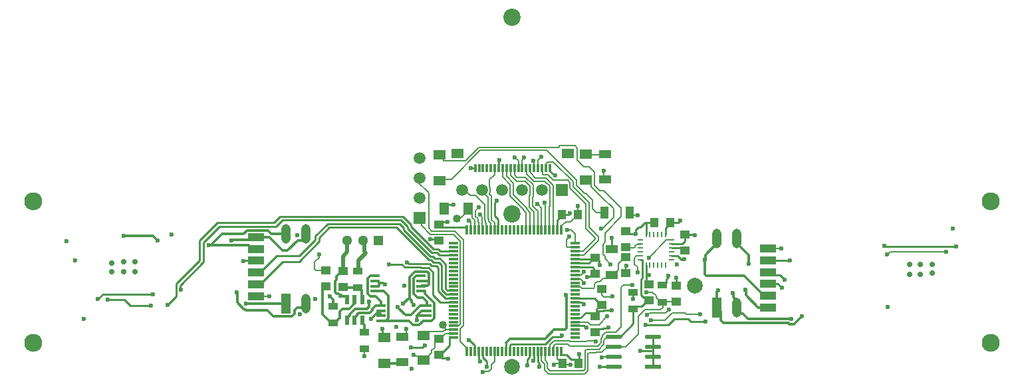
<source format=gtl>
G04*
G04 #@! TF.GenerationSoftware,Altium Limited,Altium Designer,21.3.2 (30)*
G04*
G04 Layer_Physical_Order=1*
G04 Layer_Color=255*
%FSLAX43Y43*%
%MOMM*%
G71*
G04*
G04 #@! TF.SameCoordinates,E583AE15-D421-4EF2-A5E4-CEDEED2159FB*
G04*
G04*
G04 #@! TF.FilePolarity,Positive*
G04*
G01*
G75*
%ADD15C,0.254*%
%ADD17C,0.203*%
%ADD20R,0.300X1.000*%
%ADD21R,0.300X1.200*%
%ADD22R,0.550X1.200*%
%ADD23R,1.200X0.300*%
%ADD24R,1.067X1.524*%
%ADD25R,1.575X1.270*%
%ADD26R,1.524X1.067*%
%ADD27R,2.100X0.500*%
%ADD28O,2.100X0.500*%
%ADD29R,1.270X1.016*%
%ADD30R,2.000X1.000*%
%ADD31R,1.270X0.889*%
%ADD32R,1.200X0.350*%
%ADD33R,1.016X1.270*%
%ADD34R,0.790X0.260*%
%ADD35R,0.260X0.790*%
%ADD36R,1.650X1.300*%
%ADD37R,1.626X1.194*%
%ADD38O,1.200X2.500*%
%ADD39R,1.200X2.500*%
%ADD40R,1.194X1.626*%
%ADD70C,0.305*%
%ADD71C,0.508*%
%ADD72C,2.000*%
%ADD73C,1.300*%
%ADD74R,1.300X1.300*%
%ADD75C,2.200*%
%ADD76C,2.300*%
%ADD77C,2.300*%
%ADD78C,0.700*%
%ADD79C,1.500*%
%ADD80R,1.500X1.500*%
%ADD81R,1.500X1.500*%
%ADD82C,0.600*%
%ADD83C,1.016*%
D15*
X57700Y52400D02*
Y53500D01*
X58349Y53350D02*
X62682D01*
X58223Y52423D02*
Y53224D01*
X58349Y53350D01*
X58200Y52400D02*
X58223Y52423D01*
X64600Y54250D02*
X64749Y54399D01*
X63582Y54250D02*
X64600D01*
X62682Y53350D02*
X63582Y54250D01*
X56773Y75773D02*
Y76723D01*
X56750Y75750D02*
X56773Y75773D01*
Y76723D02*
X56800Y76750D01*
X56250Y71350D02*
X56500Y71600D01*
X56250Y69650D02*
Y71350D01*
Y69650D02*
X56700Y69200D01*
Y67900D02*
Y69200D01*
X66950Y50900D02*
Y52050D01*
X66900Y50850D02*
X66950Y50900D01*
X79600Y68850D02*
X79850Y69100D01*
X78600Y68850D02*
X79600D01*
X71100Y65298D02*
Y66850D01*
X92750Y60550D02*
X92800D01*
X92300Y61000D02*
X92750Y60550D01*
X91050Y61000D02*
X92300D01*
X65839Y69989D02*
Y70000D01*
X65700Y69850D02*
X65839Y69989D01*
X64818Y69850D02*
X65700D01*
X68029Y61829D02*
X68137Y61937D01*
X67963Y61829D02*
X68029D01*
X68137Y61937D02*
X68669D01*
X69050Y62318D01*
X69585Y63390D02*
Y63435D01*
X69563Y63456D02*
X69585Y63435D01*
X69563Y63456D02*
Y63956D01*
X69169Y64350D02*
X69563Y63956D01*
X69050Y64350D02*
X69169D01*
X49450Y68900D02*
X50187D01*
X49100Y68550D02*
X49450Y68900D01*
X41900Y54450D02*
Y55300D01*
Y54450D02*
X42150Y54200D01*
X50231Y51569D02*
X50350Y51450D01*
X49150Y51950D02*
X49531Y51569D01*
X50231D01*
X24200Y63900D02*
X24250Y63950D01*
X25850D01*
X46999Y52900D02*
X47261Y53163D01*
X47355D01*
X45550Y52900D02*
X46999D01*
X16150Y60250D02*
Y60800D01*
Y60250D02*
X16280D01*
X16150Y60800D02*
X19150Y63800D01*
X14550Y58300D02*
X15650Y59400D01*
Y61000D01*
X18650Y64000D01*
Y66500D01*
X20950Y68800D01*
X28150D01*
X28921Y69571D01*
X19150Y63800D02*
Y66250D01*
X21200Y68300D01*
X28400D01*
X29214Y69114D01*
X26350Y60950D02*
X29250Y63850D01*
X31307D01*
X25850Y60950D02*
X26350D01*
X33857Y66900D02*
X35157Y68200D01*
X33857Y66400D02*
Y66900D01*
X31307Y63850D02*
X33857Y66400D01*
X33400Y67089D02*
X34968Y68657D01*
X33400Y66589D02*
Y67089D01*
X31361Y64550D02*
X33400Y66589D01*
X28450Y64550D02*
X31361D01*
X25850Y62450D02*
X26350D01*
X28450Y64550D01*
X81203Y56200D02*
X83100D01*
X80903Y56500D02*
X81203Y56200D01*
X79100Y56500D02*
X80903D01*
X91050Y64000D02*
X91100Y63950D01*
X93800D01*
X92573Y62127D02*
X93150Y61550D01*
X91050Y62500D02*
X91423Y62127D01*
X92573D01*
X69640Y50460D02*
X71400D01*
X45348Y63559D02*
X47943D01*
X48202Y63300D01*
X48750D01*
X45175Y63732D02*
X45348Y63559D01*
X45081Y63732D02*
X45175D01*
X49065Y65421D02*
X49336Y65150D01*
X48423Y65421D02*
X49065D01*
X45570Y68274D02*
X48423Y65421D01*
X105810Y65840D02*
X105850Y65800D01*
X114960D01*
X75450Y55750D02*
X78350D01*
X79100Y56500D01*
X66450Y55650D02*
X67606D01*
X67806Y55450D01*
X67900D01*
X74795Y52450D02*
X76400D01*
Y53000D01*
Y50460D02*
Y51730D01*
Y52450D01*
Y53000D02*
Y54270D01*
X73850Y55920D02*
Y57650D01*
X71400Y54270D02*
X72200D01*
X73850Y55920D01*
X68669Y57281D02*
X69050Y56900D01*
X68412Y57281D02*
X68669D01*
X69150Y57000D02*
Y57550D01*
X67812Y57300D02*
X68393D01*
X69773Y58350D02*
X69900D01*
X69050Y56900D02*
X69150Y57000D01*
X67185Y56673D02*
X67812Y57300D01*
X68393D02*
X68412Y57281D01*
X69050Y54868D02*
X69431Y55249D01*
X69929D01*
X70069Y55389D02*
X70671D01*
X70737Y55455D01*
X69929Y55249D02*
X70069Y55389D01*
X67043Y56673D02*
X67185D01*
X67043Y56673D02*
X67043Y56673D01*
X66473Y56673D02*
X67043D01*
X66450Y56650D02*
X66473Y56673D01*
X68973Y59150D02*
X69773Y58350D01*
X66450Y59150D02*
X68973D01*
X69150Y57550D02*
Y57789D01*
X69150Y57789D01*
X69212D01*
X69773Y58350D01*
X70128Y57650D02*
X71100D01*
X69150Y57550D02*
X70028D01*
X70128Y57650D01*
X60412Y50588D02*
Y51400D01*
X60677Y51665D01*
Y52377D02*
X60700Y52400D01*
X60677Y51665D02*
Y52377D01*
X61112Y51208D02*
X61178Y51274D01*
X61884Y50516D02*
Y50880D01*
X61768Y50995D02*
Y51443D01*
X61700Y51511D02*
Y52400D01*
X61178Y51274D02*
Y51452D01*
X61700Y51511D02*
X61768Y51443D01*
Y50995D02*
X61884Y50880D01*
Y50516D02*
X61950Y50450D01*
X61178Y51452D02*
X61200Y51474D01*
Y52400D01*
X63881Y74864D02*
X63947Y74797D01*
X63786Y74864D02*
X63881D01*
X63273Y75377D02*
X63786Y74864D01*
X42750Y63500D02*
X44422D01*
X44199Y67706D02*
X47855Y64050D01*
X44199Y67706D02*
Y67706D01*
X43705Y68200D02*
X44199Y67706D01*
X35157Y68200D02*
X43705D01*
X44656Y67896D02*
X48045Y64507D01*
X44656Y67896D02*
Y68140D01*
X44139Y68657D02*
X44656Y68140D01*
X34968Y68657D02*
X44139D01*
X45113Y68085D02*
X48234Y64964D01*
X45113Y68085D02*
Y68330D01*
X44329Y69114D02*
X45113Y68330D01*
X29214Y69114D02*
X44329D01*
X28921Y69571D02*
X44518D01*
X45570Y68519D01*
Y68274D02*
Y68519D01*
X72950Y67750D02*
X73300Y67400D01*
X74216Y67466D02*
Y67914D01*
X74552Y68250D01*
X73300Y67400D02*
X74150D01*
X74216Y67466D01*
X74552Y68250D02*
X74800D01*
X75649Y68850D02*
X76568D01*
X75400D02*
X75649D01*
X74800Y68250D02*
X75400Y68850D01*
X75500Y67300D02*
Y68701D01*
X78000Y67300D02*
Y68123D01*
X78600Y68723D02*
Y68850D01*
X78000Y68123D02*
X78600Y68723D01*
X48895Y66723D02*
X49100Y66518D01*
X47855Y64050D02*
X48150D01*
X48045Y64507D02*
X48339D01*
X48013Y66723D02*
X48895D01*
X48234Y64964D02*
X48876D01*
X50234Y71100D02*
X50950D01*
X49802Y70550D02*
Y70668D01*
X50234Y71100D01*
X44820Y63102D02*
X46733D01*
X44422Y63500D02*
X44820Y63102D01*
X46733D02*
X46800Y63035D01*
X47821D01*
X48876Y64964D02*
X49169Y64671D01*
X48339Y64507D02*
X48632Y64214D01*
X48150Y64050D02*
X48443Y63757D01*
X47821Y63035D02*
X48400Y62456D01*
X48632Y64214D02*
X49286D01*
X48443Y63757D02*
X49097D01*
X49286Y64214D02*
X50000Y63500D01*
X48750Y63300D02*
X49000Y63050D01*
X49097Y63757D02*
X49500Y63354D01*
X49834Y64650D02*
X50950D01*
X49169Y64671D02*
X49813D01*
X49834Y64650D01*
X49336Y65150D02*
X50950D01*
X48400Y59550D02*
Y62456D01*
X50000Y60388D02*
Y63500D01*
X49500Y60241D02*
Y63354D01*
X49000Y60095D02*
X49945Y59150D01*
X49000Y60095D02*
Y63050D01*
X48400Y59550D02*
X49300Y58650D01*
X50950D01*
X49945Y59150D02*
X50950D01*
X49500Y60241D02*
X50068Y59673D01*
X50927D02*
X50950Y59650D01*
X50068Y59673D02*
X50927D01*
X50215Y60173D02*
X50927D01*
X50950Y60150D01*
X50000Y60388D02*
X50215Y60173D01*
X54200Y51322D02*
X54348Y51174D01*
Y51080D02*
Y51174D01*
X54200Y51322D02*
Y52400D01*
X55188Y50462D02*
X55200Y50450D01*
X54723Y51596D02*
X55188Y51131D01*
Y50462D02*
Y51131D01*
X54723Y51596D02*
Y52377D01*
X54700Y52400D02*
X54723Y52377D01*
X53079Y53734D02*
X53677Y53135D01*
X52966Y53734D02*
X53079D01*
X52900Y53800D02*
X52966Y53734D01*
X53677Y52423D02*
Y53135D01*
Y52423D02*
X53700Y52400D01*
X74888Y59560D02*
Y61588D01*
X75000Y61700D02*
Y62201D01*
X75043Y62244D01*
X74888Y61588D02*
X75000Y61700D01*
X75199Y59249D02*
X75469D01*
X74888Y59560D02*
X75199Y59249D01*
X75043Y62244D02*
Y64077D01*
X74780Y64080D02*
X75040D01*
X75043Y64077D01*
X75469Y59249D02*
X75850Y58868D01*
X74304Y58104D02*
X74959D01*
X75723Y58868D01*
X75850D01*
X73850Y57650D02*
X74304Y58104D01*
X75500Y61250D02*
Y62150D01*
Y61250D02*
X75850Y60900D01*
X53148Y75747D02*
X53747D01*
X53750Y75750D01*
X66450Y63150D02*
X68651D01*
X68850Y62518D02*
Y62951D01*
X68651Y63150D02*
X68850Y62951D01*
Y62518D02*
X69050Y62318D01*
X67350Y58650D02*
X67600Y58400D01*
X66450Y58650D02*
X67350D01*
X73850Y59049D02*
Y59882D01*
X78300Y61950D02*
X78350Y62000D01*
X78300Y61800D02*
Y61950D01*
X78108Y61131D02*
Y61608D01*
X78300Y61800D01*
X77600Y60750D02*
X77727D01*
X78108Y61131D01*
X75500Y62150D02*
Y63360D01*
Y62150D02*
X75850D01*
X75900Y62100D01*
X79350Y61777D02*
X79387Y61814D01*
X79350Y60750D02*
Y61777D01*
X81667Y67250D02*
X81732Y67185D01*
X80450Y67250D02*
X81667D01*
X80250Y64050D02*
X80350Y64150D01*
X80400D01*
X80013Y64050D02*
X80250D01*
X78720Y64580D02*
X79483D01*
X80013Y64050D01*
X80130Y66080D02*
X80450Y66400D01*
Y67250D01*
X78720Y66080D02*
X80130D01*
X80088Y65580D02*
X80450Y65218D01*
X78720Y65580D02*
X80088D01*
X75500Y68701D02*
X75649Y68850D01*
X12684Y59700D02*
X12695Y59689D01*
X6350Y59700D02*
X12684D01*
X5700Y59050D02*
X6350Y59700D01*
X9067Y59000D02*
X9817Y58250D01*
X12450D01*
X7000Y59000D02*
X9067D01*
X52700Y67900D02*
Y68227D01*
X49400Y68250D02*
X52677D01*
X49100Y68550D02*
X49400Y68250D01*
X52677D02*
X52700Y68227D01*
X50477Y53150D02*
Y54127D01*
X50500Y54150D02*
X50950D01*
X50477Y54127D02*
X50500Y54150D01*
X49277Y51950D02*
X50477Y53150D01*
X49150Y51950D02*
X49277D01*
X63273Y75377D02*
Y75727D01*
X63250Y75750D02*
X63273Y75727D01*
X66450Y64150D02*
X68723D01*
X68923Y64350D01*
X68223Y63650D02*
X68723Y64150D01*
X68923Y64350D02*
X69050D01*
X66450Y63650D02*
X68223D01*
X66519Y51358D02*
X66900Y50977D01*
X65965Y51358D02*
X66519D01*
X65396Y51927D02*
X65965Y51358D01*
X64723Y51927D02*
X65396D01*
X64700Y51950D02*
X64723Y51927D01*
X66900Y50850D02*
Y50977D01*
X64700Y51950D02*
Y52400D01*
X66900Y50650D02*
Y50777D01*
X64200Y69105D02*
X64818Y69723D01*
Y69850D01*
X64200Y67900D02*
Y69105D01*
D17*
X55600Y72636D02*
G03*
X55600Y73364I-990J364D01*
G01*
X63748Y53125D02*
X63925Y53302D01*
X63248Y53199D02*
X63757Y53708D01*
X65716D01*
X63248Y52448D02*
Y53199D01*
X63925Y53302D02*
X65547D01*
X63748Y52448D02*
Y53125D01*
X65350Y65769D02*
Y66593D01*
X65700Y66943D02*
Y67050D01*
X65350Y66593D02*
X65700Y66943D01*
X66450Y66150D02*
Y67400D01*
X66000Y67850D02*
X66450Y67400D01*
X65445Y67850D02*
X66000D01*
X65547Y53302D02*
X65769Y53080D01*
X58205Y72181D02*
Y73673D01*
X58250Y74800D02*
Y75750D01*
X57750Y74703D02*
X58611Y73842D01*
X57250Y74628D02*
X58205Y73673D01*
X58250Y74800D02*
X58995Y74055D01*
X57750Y74703D02*
Y75750D01*
X57250Y74628D02*
Y75750D01*
X55600Y73364D02*
Y74295D01*
X56250Y74945D01*
Y75750D01*
X55412Y69303D02*
Y72003D01*
X55818Y69471D02*
Y72171D01*
X55006Y69135D02*
Y71068D01*
X53774Y72300D02*
X55006Y71068D01*
X55600Y72390D02*
X55660Y72330D01*
X58205Y72181D02*
X59855Y70532D01*
X58611Y72350D02*
X60261Y70700D01*
X55600Y72390D02*
Y72636D01*
X58611Y72350D02*
Y73842D01*
X55660Y72330D02*
X55818Y72171D01*
X54610Y72805D02*
X55412Y72003D01*
X54610Y72805D02*
Y73000D01*
X54401Y69743D02*
X54600Y69544D01*
Y68966D02*
Y69544D01*
X54606Y68670D02*
Y68960D01*
X55012Y68839D02*
Y69128D01*
X53390Y69431D02*
Y69441D01*
X54606Y68670D02*
X54652Y68625D01*
X55012Y68839D02*
X55152Y68700D01*
X53155Y68928D02*
X53178D01*
X53383Y69448D02*
X53390Y69441D01*
X53796Y70299D02*
X54200Y70703D01*
X53796Y69599D02*
X54106Y69290D01*
Y68886D02*
Y69290D01*
X54200Y70703D02*
Y70751D01*
X54600Y68966D02*
X54606Y68960D01*
X53700Y67900D02*
Y69121D01*
X55006Y69135D02*
X55012Y69128D01*
X53010Y69073D02*
X53155Y68928D01*
X55444Y68982D02*
Y69271D01*
X55818Y69471D02*
X55850Y69440D01*
X53390Y69431D02*
X53700Y69121D01*
X53383Y69448D02*
Y69839D01*
X53796Y69599D02*
Y70299D01*
X55850Y69150D02*
Y69440D01*
X54401Y69743D02*
Y69850D01*
X52903Y69073D02*
X53010D01*
X54106Y68886D02*
X54200Y68792D01*
X55412Y69303D02*
X55444Y69271D01*
X54200Y67900D02*
Y68792D01*
X55850Y69150D02*
X56200Y68800D01*
X55152Y67948D02*
Y68700D01*
X55444Y68982D02*
X55700Y68726D01*
X56200Y67900D02*
Y68800D01*
X55700Y67900D02*
Y68726D01*
X54652Y67948D02*
Y68625D01*
X55152Y67948D02*
X55200Y67900D01*
X52850Y70372D02*
X53383Y69839D01*
X39600Y51808D02*
Y52768D01*
X70036Y66058D02*
X70300Y66322D01*
Y67500D01*
X72350Y69550D01*
X66778Y70922D02*
Y70937D01*
Y70922D02*
X66850Y70850D01*
Y69850D02*
Y70850D01*
X66450Y62150D02*
X67257D01*
X67553Y62446D01*
Y62520D01*
X67477Y61176D02*
Y61299D01*
X66498Y61602D02*
X67175D01*
X67477Y61299D01*
Y61176D02*
X67553Y61100D01*
X66450Y61650D02*
X66498Y61602D01*
X71166Y59366D02*
X71200Y59400D01*
X70134Y59366D02*
X71166D01*
X69900Y59600D02*
X70134Y59366D01*
X69900Y59600D02*
Y60382D01*
X70150Y74500D02*
Y75400D01*
Y74500D02*
X70250Y74400D01*
X73648Y69750D02*
X74450D01*
X73348Y70050D02*
X73648Y69750D01*
X72950Y62350D02*
Y63260D01*
X73000Y63310D01*
X64795Y50850D02*
X64868Y50777D01*
X64200Y51445D02*
X64795Y50850D01*
X64868D01*
X63900D02*
X64795D01*
X63750Y50700D02*
X63900Y50850D01*
X63287Y49913D02*
X67533D01*
X62700Y51248D02*
X62961Y50987D01*
X62700Y51248D02*
Y52400D01*
X62961Y50239D02*
X63287Y49913D01*
X62961Y50239D02*
Y50987D01*
X62200Y51174D02*
X62555Y50819D01*
Y50045D02*
Y50819D01*
Y50045D02*
X63093Y49507D01*
X62200Y51174D02*
Y52400D01*
X63093Y49507D02*
X67701D01*
X44950Y54650D02*
Y55237D01*
X44450Y54150D02*
X44950Y54650D01*
X45987Y51963D02*
X46141Y51809D01*
X45888Y51963D02*
X45987D01*
X46693Y51809D02*
X47150Y51352D01*
X46141Y51809D02*
X46693D01*
X25850Y59450D02*
X27500D01*
X33850Y64314D02*
Y64750D01*
X33318Y63782D02*
X33850Y64314D01*
X33318Y62851D02*
X33437Y62732D01*
X34700D01*
X33318Y62851D02*
Y63782D01*
X47861Y51861D02*
X48213Y52213D01*
Y52583D02*
X48390Y52760D01*
X48213Y52213D02*
Y52583D01*
X48498Y52760D02*
X48617Y52879D01*
X47861Y51809D02*
Y51861D01*
X48617Y52879D02*
Y53576D01*
X48390Y52760D02*
X48498D01*
X49023Y53982D02*
X49277D01*
X47150Y51352D02*
X47404D01*
X47861Y51809D01*
X48617Y53576D02*
X49023Y53982D01*
X49977Y55077D02*
X50050Y55150D01*
X49798Y55077D02*
X49977D01*
X49654Y54933D02*
X49798Y55077D01*
X47683Y54933D02*
X49654D01*
X47150Y54400D02*
X47683Y54933D01*
X52010Y69456D02*
X52850Y70296D01*
X51606Y69456D02*
X52010D01*
X51450Y69300D02*
X51606Y69456D01*
X80486Y57300D02*
X80656Y57130D01*
X82400D01*
X78850Y57300D02*
X80486D01*
X91050Y65500D02*
X92733D01*
X61060Y71050D02*
X61073Y71036D01*
Y70900D02*
Y71036D01*
X60653Y70882D02*
X60667Y70868D01*
Y70731D02*
Y70868D01*
X60261Y70563D02*
Y70700D01*
X59855Y70395D02*
Y70532D01*
X69642Y53397D02*
X69755Y53509D01*
X69642Y53361D02*
Y53397D01*
X70048Y53228D02*
X70161Y53341D01*
X70048Y53193D02*
Y53228D01*
X72900Y53000D02*
X74500Y54600D01*
X70600Y53000D02*
X72900D01*
X69868Y52268D02*
X70600Y53000D01*
X69698Y52268D02*
X69868D01*
X69697Y52267D02*
X69698Y52268D01*
X69092Y52267D02*
X69697D01*
X106200Y64750D02*
X106300D01*
X106638Y65088D01*
X113762D01*
X52850Y70372D02*
Y70550D01*
Y70296D02*
Y70372D01*
X54652Y67948D02*
X54700Y67900D01*
X49433Y74331D02*
X50731D01*
X49250Y74148D02*
X49433Y74331D01*
X69227Y70050D02*
X70300D01*
X68689Y70589D02*
X69227Y70050D01*
X68689Y70589D02*
Y71661D01*
X67800Y72550D02*
X68689Y71661D01*
X67649Y72550D02*
X67800D01*
X66637Y73562D02*
X67649Y72550D01*
X66637Y73562D02*
Y74213D01*
X62850Y78000D02*
X66637Y74213D01*
X54400Y78000D02*
X62850D01*
X50731Y74331D02*
X54400Y78000D01*
X49702Y76698D02*
Y76998D01*
X49250Y77450D02*
X49702Y76998D01*
X70250Y64200D02*
X70950Y63500D01*
X70250Y64200D02*
Y64528D01*
X70036Y64741D02*
X70250Y64528D01*
X70036Y64741D02*
Y66058D01*
X72350Y69550D02*
Y70700D01*
X70150Y72900D02*
X72350Y70700D01*
X69600Y72900D02*
X70150D01*
X68939Y73561D02*
X69600Y72900D01*
X68939Y73561D02*
Y75211D01*
X68255Y75895D02*
X68939Y75211D01*
X67606Y75895D02*
X68255D01*
X66761Y76740D02*
X67606Y75895D01*
X66761Y76740D02*
Y78316D01*
X66475Y78602D02*
X66761Y78316D01*
X64575Y78602D02*
X66475D01*
X64380Y78406D02*
X64575Y78602D01*
X54232Y78406D02*
X64380D01*
X52524Y76698D02*
X54232Y78406D01*
X49702Y76698D02*
X52524D01*
X66450Y60650D02*
X66498Y60602D01*
X67175D02*
X67327Y60450D01*
X66498Y60602D02*
X67175D01*
X68963Y60569D02*
Y61015D01*
X68844Y60450D02*
X68963Y60569D01*
X67327Y60450D02*
X68844D01*
X69248Y61300D02*
X69617D01*
X68963Y61015D02*
X69248Y61300D01*
X75650Y57000D02*
X75944Y57294D01*
X75618Y57032D02*
Y57043D01*
Y57032D02*
X75650Y57000D01*
X75944Y57294D02*
X77991D01*
X78454Y57757D01*
X77950Y56400D02*
X78850Y57300D01*
X76100Y56400D02*
X77950D01*
X69870Y68000D02*
X71400Y69530D01*
X78454Y57757D02*
X78458D01*
X69800Y68070D02*
X69870Y68000D01*
X71400Y69530D02*
Y70570D01*
X68533Y73367D02*
X69748Y72152D01*
X69818D01*
X71400Y70570D01*
X67999Y74198D02*
X68533Y73665D01*
Y73367D02*
Y73665D01*
X67850Y74198D02*
X67999D01*
X67902Y77448D02*
X70250D01*
X67850Y77500D02*
X67902Y77448D01*
X67850Y68013D02*
Y71176D01*
X68256Y68181D02*
Y71344D01*
X69406Y66507D02*
Y67031D01*
X68256Y68181D02*
X69406Y67031D01*
X67850Y68013D02*
X69000Y66863D01*
Y66676D02*
Y66863D01*
X64986Y50732D02*
X65889D01*
X64868Y50850D02*
X64986Y50732D01*
X64868Y50650D02*
Y50777D01*
X69520Y55800D02*
X70570Y56850D01*
X68405Y55800D02*
X69520D01*
X68055Y56150D02*
X68405Y55800D01*
X66450Y56150D02*
X68055D01*
X71367Y51697D02*
X71400Y51730D01*
X69901Y51663D02*
X69934Y51697D01*
X71367D01*
X74500Y54600D02*
Y56850D01*
X75350Y57700D02*
X77350D01*
X77616Y57966D01*
X74500Y56850D02*
X75350Y57700D01*
X70600Y54270D02*
X71400D01*
X70161Y53831D02*
X70600Y54270D01*
X67533Y49913D02*
X67710Y50090D01*
Y52460D01*
X67900Y52650D01*
X68200D01*
X68223Y52673D01*
X69529D01*
X70048Y53193D01*
X70161Y53341D02*
Y53831D01*
X67701Y49507D02*
X68116Y49922D01*
Y52066D01*
X68296Y52246D01*
X69071D01*
X69092Y52267D01*
X77600Y58718D02*
X77616Y58702D01*
Y57966D02*
Y58702D01*
X69987Y54235D02*
Y54437D01*
X69755Y54003D02*
X69987Y54235D01*
X69755Y53509D02*
Y54003D01*
X70400Y54850D02*
X71650D01*
X69987Y54437D02*
X70400Y54850D01*
X72350Y55550D02*
Y60573D01*
X72671Y60893D02*
X73750D01*
X72350Y60573D02*
X72671Y60893D01*
X71650Y54850D02*
X72350Y55550D01*
X67994Y53750D02*
X69044D01*
X69110Y53684D01*
X65769Y53080D02*
X69361D01*
X69642Y53361D01*
X67900Y53656D02*
X67994Y53750D01*
X65767Y53656D02*
X67900D01*
X61750Y76761D02*
X62150Y77161D01*
X61202Y75798D02*
Y76646D01*
X62150Y77161D02*
Y77216D01*
X61202Y75798D02*
X61250Y75750D01*
X61145Y76702D02*
X61202Y76646D01*
X61750Y75750D02*
Y76761D01*
X65350Y65769D02*
X65469Y65650D01*
X66450D01*
X59750Y76743D02*
X60000Y76993D01*
X59750Y75750D02*
Y76743D01*
X60000Y76993D02*
Y77100D01*
X61060Y71050D02*
Y72031D01*
X62200Y67900D02*
Y70700D01*
X59855Y70395D02*
X60200Y70049D01*
X60261Y70563D02*
X60700Y70124D01*
X60653Y72199D02*
X60745Y72291D01*
X60667Y70731D02*
X61200Y70198D01*
X60653Y70882D02*
Y72199D01*
X60169Y74587D02*
X61151Y73605D01*
X60127Y74055D02*
X60745Y73437D01*
X61664Y71164D02*
X61737D01*
X61060Y72031D02*
X61151Y72123D01*
X61737Y71164D02*
X62200Y70700D01*
X61200Y67900D02*
Y70198D01*
X60200Y67900D02*
Y70049D01*
X60700Y67900D02*
Y70124D01*
X61485Y70488D02*
X61512D01*
X61073Y70900D02*
X61485Y70488D01*
X61512D02*
X61700Y70300D01*
X62610Y71390D02*
X62700Y71300D01*
Y67900D02*
Y71300D01*
X59250Y75798D02*
X59298Y75750D01*
X59250Y75798D02*
Y76700D01*
X58800Y77150D02*
X59250Y76700D01*
X50050Y55150D02*
X50950D01*
X49639Y55580D02*
Y55800D01*
Y55580D02*
X50050Y55169D01*
Y55150D02*
Y55169D01*
X63697Y74193D02*
X65509D01*
X65825Y73201D02*
Y73876D01*
X62975Y76552D02*
X63724D01*
X65509Y74193D02*
X65825Y73876D01*
X62977Y74912D02*
X63697Y74193D01*
X66231Y73369D02*
X68256Y71344D01*
X62400Y74912D02*
X62977D01*
X66231Y73369D02*
Y74045D01*
X65825Y73201D02*
X67850Y71176D01*
X63724Y76552D02*
X66231Y74045D01*
X47850Y68094D02*
Y72600D01*
X46737Y68920D02*
X46936Y68722D01*
X47850Y68094D02*
X48211Y67734D01*
X46936Y68434D02*
Y68722D01*
X46450Y68920D02*
X46737D01*
X46936Y68434D02*
X48042Y67328D01*
X48211Y67734D02*
X51117D01*
X48042Y67328D02*
X49860D01*
X54747Y49786D02*
X54806Y49845D01*
X55451D01*
X55805Y50199D02*
Y50705D01*
X55451Y49845D02*
X55805Y50199D01*
Y50705D02*
X56200Y51100D01*
Y52400D01*
X74752Y64552D02*
X74780Y64580D01*
X74300Y64552D02*
X74752D01*
X74000Y64252D02*
X74300Y64552D01*
X74000Y63504D02*
Y64252D01*
X74400Y62450D02*
Y63104D01*
X74000Y63504D02*
X74400Y63104D01*
X75564Y59889D02*
X75625Y59950D01*
X76787Y59277D02*
X77346Y58718D01*
X76787Y59277D02*
Y59501D01*
X77346Y58718D02*
X77600D01*
X76338Y59950D02*
X76787Y59501D01*
X75625Y59950D02*
X76338D01*
X73100Y65568D02*
X73964D01*
X72950Y65718D02*
X73100Y65568D01*
X74752Y66052D02*
X74780Y66080D01*
X74300Y66052D02*
X74752D01*
X74083Y65835D02*
X74300Y66052D01*
X74083Y65687D02*
Y65835D01*
X73964Y65568D02*
X74083Y65687D01*
X72823Y64382D02*
X72950D01*
X72013Y63572D02*
X72823Y64382D01*
X72013Y62833D02*
Y63572D01*
X71430Y62250D02*
X72013Y62833D01*
X71100Y62250D02*
X71430D01*
X70567Y61717D02*
X71100Y62250D01*
X70033Y61717D02*
X70567D01*
X69617Y61300D02*
X70033Y61717D01*
X78080Y66580D02*
X78720D01*
X75850Y64350D02*
X78080Y66580D01*
X77600Y58718D02*
X79350D01*
X46450Y74000D02*
X47850Y72600D01*
X51852Y55301D02*
X52258Y55707D01*
X51117Y67734D02*
X52258Y66593D01*
Y55707D02*
Y66593D01*
X50998Y55698D02*
X51675D01*
X50977Y67300D02*
X51852Y66425D01*
X51675Y55698D02*
X51852Y55875D01*
Y66425D01*
X49860Y67328D02*
X49888Y67300D01*
X50977D01*
X51852Y53698D02*
Y55301D01*
X52700Y52400D02*
Y52850D01*
X51852Y53698D02*
X52700Y52850D01*
X50950Y55650D02*
X50998Y55698D01*
X49945Y54650D02*
X50950D01*
X49277Y53982D02*
X49945Y54650D01*
X62750Y75750D02*
X62798Y75798D01*
Y76375D01*
X62975Y76552D01*
X66450Y64650D02*
X67549D01*
X69406Y66507D01*
X62298Y75014D02*
Y75853D01*
Y75014D02*
X62400Y74912D01*
X66450Y65150D02*
X67474D01*
X69000Y66676D01*
X65716Y53708D02*
X65767Y53656D01*
X63200Y52400D02*
X63248Y52448D01*
X63700Y52400D02*
X63748Y52448D01*
X64200Y51445D02*
Y52400D01*
X53178Y67922D02*
Y68928D01*
Y67922D02*
X53200Y67900D01*
X52070Y73000D02*
X52400D01*
X53100Y72300D01*
X53774D01*
X66444Y69317D02*
X66850Y69723D01*
X66317Y69317D02*
X66444D01*
X66850Y69723D02*
Y69850D01*
X65913Y68913D02*
X66317Y69317D01*
X65263Y68913D02*
X65913D01*
X64700Y67900D02*
Y68350D01*
X65263Y68913D01*
X60798Y75125D02*
X61417Y74506D01*
X60750Y75750D02*
X60798Y75702D01*
Y75125D02*
Y75702D01*
X62790Y74506D02*
X63700Y73596D01*
X61417Y74506D02*
X62790D01*
X63700Y67900D02*
Y73596D01*
X61231Y74100D02*
X62622D01*
X60298Y75032D02*
Y75702D01*
Y75032D02*
X61231Y74100D01*
X60250Y75750D02*
X60298Y75702D01*
X63200Y70875D02*
X63285Y70960D01*
Y73437D01*
X62622Y74100D02*
X63285Y73437D01*
X63200Y67900D02*
Y70875D01*
X61700Y67900D02*
Y70300D01*
X58750Y74874D02*
Y75750D01*
Y74874D02*
X59037Y74587D01*
X60169D01*
X61151Y72123D02*
Y73605D01*
X58995Y74055D02*
X60127D01*
X60745Y72291D02*
Y73437D01*
D20*
X56750Y75750D02*
D03*
X56250D02*
D03*
X53750D02*
D03*
X54250D02*
D03*
X54750D02*
D03*
X57250D02*
D03*
X57750D02*
D03*
X59250D02*
D03*
X59750D02*
D03*
X63250D02*
D03*
X62750D02*
D03*
X62250D02*
D03*
X61750D02*
D03*
X61250D02*
D03*
X60750D02*
D03*
X60250D02*
D03*
X58750D02*
D03*
X58250D02*
D03*
X55750D02*
D03*
X55250D02*
D03*
D21*
X56700Y67900D02*
D03*
X56200D02*
D03*
X64700Y52400D02*
D03*
X64200D02*
D03*
X63700D02*
D03*
X63200D02*
D03*
X62700D02*
D03*
X62200D02*
D03*
X61700D02*
D03*
X61200D02*
D03*
X60700D02*
D03*
X60200D02*
D03*
X59700D02*
D03*
X59200D02*
D03*
X58700D02*
D03*
X58200D02*
D03*
X57700D02*
D03*
X57200D02*
D03*
X56700D02*
D03*
X56200D02*
D03*
X55700D02*
D03*
X55200D02*
D03*
X54700D02*
D03*
X54200D02*
D03*
X53700D02*
D03*
X53200D02*
D03*
X52700Y67900D02*
D03*
X53200D02*
D03*
X53700D02*
D03*
X54200D02*
D03*
X54700D02*
D03*
X55200D02*
D03*
X55700D02*
D03*
X57200D02*
D03*
X57700D02*
D03*
X58200D02*
D03*
X58700D02*
D03*
X59200D02*
D03*
X59700D02*
D03*
X60200D02*
D03*
X60700D02*
D03*
X61200D02*
D03*
X61700D02*
D03*
X62200D02*
D03*
X62700D02*
D03*
X63200D02*
D03*
X63700D02*
D03*
X64200D02*
D03*
X64700D02*
D03*
X52700Y52400D02*
D03*
D22*
X38400Y58950D02*
D03*
X37450D02*
D03*
X39350D02*
D03*
Y56350D02*
D03*
X38400D02*
D03*
X37450D02*
D03*
D23*
X66450Y62650D02*
D03*
X50950Y54150D02*
D03*
Y54650D02*
D03*
Y55150D02*
D03*
Y55650D02*
D03*
Y56150D02*
D03*
Y56650D02*
D03*
Y57150D02*
D03*
Y57650D02*
D03*
Y58150D02*
D03*
Y58650D02*
D03*
Y59150D02*
D03*
Y59650D02*
D03*
Y60150D02*
D03*
Y60650D02*
D03*
Y61150D02*
D03*
Y61650D02*
D03*
Y62150D02*
D03*
Y62650D02*
D03*
Y63150D02*
D03*
Y63650D02*
D03*
Y64150D02*
D03*
Y64650D02*
D03*
Y65150D02*
D03*
Y65650D02*
D03*
Y66150D02*
D03*
X66450D02*
D03*
Y65650D02*
D03*
Y65150D02*
D03*
Y64650D02*
D03*
Y64150D02*
D03*
Y63650D02*
D03*
Y63150D02*
D03*
Y62150D02*
D03*
Y61650D02*
D03*
Y61150D02*
D03*
Y60650D02*
D03*
Y60150D02*
D03*
Y59650D02*
D03*
Y59150D02*
D03*
Y58650D02*
D03*
Y58150D02*
D03*
Y57650D02*
D03*
Y57150D02*
D03*
Y56650D02*
D03*
Y56150D02*
D03*
Y55650D02*
D03*
Y55150D02*
D03*
Y54650D02*
D03*
Y54150D02*
D03*
D24*
X73450Y70050D02*
D03*
X70198D02*
D03*
D25*
X67850Y77500D02*
D03*
Y74198D02*
D03*
X49250Y74148D02*
D03*
Y77450D02*
D03*
X42150Y54200D02*
D03*
Y50898D02*
D03*
D26*
X70250Y74298D02*
D03*
Y77550D02*
D03*
X71100Y62148D02*
D03*
Y65400D02*
D03*
X44450Y51000D02*
D03*
Y54252D02*
D03*
D27*
X76400Y50460D02*
D03*
D28*
Y51730D02*
D03*
Y53000D02*
D03*
Y54270D02*
D03*
X71400Y50460D02*
D03*
Y51730D02*
D03*
Y53000D02*
D03*
Y54270D02*
D03*
D29*
X69050Y54868D02*
D03*
Y56900D02*
D03*
X36900Y62650D02*
D03*
Y60618D02*
D03*
X34700Y60700D02*
D03*
Y62732D02*
D03*
X80450Y65218D02*
D03*
Y67250D02*
D03*
X72950Y65718D02*
D03*
Y67750D02*
D03*
X69050Y62318D02*
D03*
Y64350D02*
D03*
X79350Y58718D02*
D03*
Y60750D02*
D03*
X75850Y58868D02*
D03*
Y60900D02*
D03*
X72950Y64382D02*
D03*
Y62350D02*
D03*
X69900Y58350D02*
D03*
Y60382D02*
D03*
X49100Y68550D02*
D03*
Y66518D02*
D03*
X49150Y51950D02*
D03*
Y53982D02*
D03*
D30*
X25850Y59450D02*
D03*
Y60950D02*
D03*
Y62450D02*
D03*
Y63950D02*
D03*
Y65450D02*
D03*
Y66950D02*
D03*
X91050Y65500D02*
D03*
Y64000D02*
D03*
Y62500D02*
D03*
Y61000D02*
D03*
Y59500D02*
D03*
Y58000D02*
D03*
D31*
X35650Y58164D02*
D03*
Y56005D02*
D03*
X38800Y62664D02*
D03*
Y60505D02*
D03*
X39600Y52704D02*
D03*
Y54863D02*
D03*
X77600Y58654D02*
D03*
Y60813D02*
D03*
X73850Y57786D02*
D03*
Y59945D02*
D03*
D32*
X47575Y56275D02*
D03*
Y56925D02*
D03*
Y57575D02*
D03*
Y58225D02*
D03*
X41725D02*
D03*
Y57575D02*
D03*
Y56925D02*
D03*
Y56275D02*
D03*
X46875Y60075D02*
D03*
Y60725D02*
D03*
Y61375D02*
D03*
Y62025D02*
D03*
X41025D02*
D03*
Y61375D02*
D03*
Y60725D02*
D03*
Y60075D02*
D03*
D33*
X78600Y68850D02*
D03*
X76568D02*
D03*
X66900Y50850D02*
D03*
X64868D02*
D03*
X66850Y69850D02*
D03*
X64818D02*
D03*
D34*
X74780Y64080D02*
D03*
Y64580D02*
D03*
Y65080D02*
D03*
Y65580D02*
D03*
Y66080D02*
D03*
Y66580D02*
D03*
X78720D02*
D03*
Y66080D02*
D03*
Y65580D02*
D03*
Y65080D02*
D03*
Y64580D02*
D03*
Y64080D02*
D03*
D35*
X75500Y67300D02*
D03*
X76000D02*
D03*
X76500D02*
D03*
X77000D02*
D03*
X77500D02*
D03*
X78000D02*
D03*
Y63360D02*
D03*
X77500D02*
D03*
X77000D02*
D03*
X76500D02*
D03*
X76000D02*
D03*
X75500D02*
D03*
D36*
X65525Y77650D02*
D03*
X51475D02*
D03*
D37*
X47150Y51314D02*
D03*
Y54438D02*
D03*
D38*
X29660Y67350D02*
D03*
X32200D02*
D03*
Y58500D02*
D03*
X84550Y66800D02*
D03*
X87090D02*
D03*
Y57950D02*
D03*
D39*
X29660Y58500D02*
D03*
X84550Y57950D02*
D03*
D40*
X49764Y70550D02*
D03*
X52888D02*
D03*
D70*
X65255Y59479D02*
Y59559D01*
Y59479D02*
X65350Y59384D01*
Y55329D02*
Y59384D01*
X63800Y55150D02*
X65171D01*
X65350Y55329D01*
X62650Y54000D02*
X63800Y55150D01*
X58200Y54000D02*
X62650D01*
X57700Y53500D02*
X58200Y54000D01*
X38277Y58827D02*
X38400Y58950D01*
X38277Y58404D02*
Y58827D01*
X38077Y58204D02*
X38277Y58404D01*
X38077Y58204D02*
Y58204D01*
X37693Y57820D02*
X38077Y58204D01*
X47827Y61400D02*
Y62346D01*
Y60906D02*
Y61400D01*
X47802Y61375D02*
X47827Y61400D01*
X46875Y61375D02*
X47802D01*
X40471Y56571D02*
X41150Y57250D01*
X41650D01*
X42050Y61100D02*
X42250Y60900D01*
X41473Y60748D02*
Y61100D01*
X42050D01*
X45804Y55746D02*
X46621D01*
X45275Y56275D02*
X45804Y55746D01*
X47150Y56275D02*
X47575D01*
X46621Y55746D02*
X47150Y56275D01*
X41725D02*
X45275D01*
X23400Y59900D02*
X23500Y59800D01*
Y58616D02*
Y59800D01*
X24306Y57844D02*
X24550Y57600D01*
X24271Y57844D02*
X24306D01*
X23500Y58616D02*
X24271Y57844D01*
X24550Y57600D02*
X27300D01*
X28002Y56898D01*
X30406D01*
X30729Y57679D02*
X31052Y58002D01*
X30729Y57221D02*
Y57679D01*
X30406Y56898D02*
X30729Y57221D01*
X31786Y58002D02*
X32200Y58416D01*
X31052Y58002D02*
X31786D01*
X32200Y58416D02*
Y58500D01*
X24543D02*
X29660D01*
X46293Y56407D02*
X46349Y56463D01*
X46300Y56401D02*
X46401D01*
X46450Y56450D01*
X46349Y56463D02*
Y56974D01*
X46425Y57050D01*
X47552Y58202D02*
X47575Y58225D01*
X46729Y58202D02*
X47552D01*
X45552Y57025D02*
X46729Y58202D01*
X45415Y59110D02*
X45624Y58901D01*
Y58656D02*
X45896Y58384D01*
X45624Y58656D02*
Y58901D01*
X45415Y59110D02*
Y59200D01*
X45896Y58304D02*
Y58384D01*
X45415Y59200D02*
Y61906D01*
X36612Y59512D02*
X36726Y59398D01*
X36375Y59749D02*
X36612Y59512D01*
X45328Y59200D02*
X45415D01*
X44590Y58462D02*
X45328Y59200D01*
X43900Y58003D02*
X44878Y57025D01*
X43900Y58003D02*
Y58050D01*
X44878Y57025D02*
X45552D01*
X22700Y66563D02*
X22739Y66602D01*
X25002D01*
X21500Y67350D02*
X24252D01*
X24704Y67802D02*
X27365D01*
X24252Y67350D02*
X24704Y67802D01*
X27365D02*
X27817Y67350D01*
X20057Y65907D02*
X21500Y67350D01*
X27817D02*
X29660D01*
X25002Y66602D02*
X25350Y66950D01*
X27499D01*
X19857Y65907D02*
X20057D01*
X24893D01*
X25350Y65450D01*
X25850D01*
X31143Y66540D02*
X31786D01*
X29199Y65250D02*
X29853D01*
X32200Y66953D02*
Y67350D01*
X31786Y66540D02*
X32200Y66953D01*
X29853Y65250D02*
X31143Y66540D01*
X27499Y66950D02*
X29199Y65250D01*
X93759Y55864D02*
X94302D01*
X84998Y56352D02*
X85350Y56000D01*
X93623D01*
X94302Y55864D02*
X95350Y56911D01*
X93623Y56000D02*
X93759Y55864D01*
X87858Y57182D02*
X88521Y56519D01*
X94031D01*
X86606Y59326D02*
X87090Y58842D01*
X86550Y59800D02*
X86606Y59744D01*
X87090Y57596D02*
Y58842D01*
X86606Y59326D02*
Y59744D01*
X88206Y59544D02*
X89750Y58000D01*
X88150Y60250D02*
X88206Y60194D01*
Y59544D02*
Y60194D01*
X88000Y62050D02*
X90550Y59500D01*
X83018Y62229D02*
Y64050D01*
X83197Y62050D02*
X88000D01*
X83018Y62229D02*
X83197Y62050D01*
X87090Y57596D02*
X87504Y57182D01*
X87858D01*
X84998Y56352D02*
Y57502D01*
X84550Y57950D02*
X84998Y57502D01*
X89750Y58000D02*
X91050D01*
X90550Y59500D02*
X91050D01*
X84550Y59970D02*
X84700Y60120D01*
X84550Y57950D02*
Y59970D01*
X84700Y60120D02*
Y60200D01*
X83075Y64106D02*
Y64675D01*
X84550Y66150D02*
Y66800D01*
X83075Y64675D02*
X84550Y66150D01*
X83018Y64050D02*
X83075Y64106D01*
X88550Y63550D02*
Y64690D01*
X87090Y66150D02*
Y66800D01*
Y66150D02*
X88550Y64690D01*
X44246Y50898D02*
X44450Y51102D01*
X42150Y50898D02*
X44246D01*
X46061Y62552D02*
X47621D01*
X47827Y62346D01*
X47664Y60743D02*
X47827Y60906D01*
X48527Y56604D02*
Y58573D01*
X47323Y59777D02*
Y60052D01*
X46875Y60075D02*
X47300D01*
X47323Y60052D01*
Y59777D02*
X48527Y58573D01*
X40673Y57673D02*
Y57796D01*
X41079Y58202D02*
X41702D01*
X40673Y57796D02*
X41079Y58202D01*
X41702D02*
X41725Y58225D01*
X39942Y57810D02*
X40257Y58125D01*
Y58776D01*
X38487Y57810D02*
X39942D01*
X41725Y56275D02*
X41748Y56298D01*
X42371D01*
X42677Y56604D01*
Y59480D01*
X42082Y60075D02*
X42677Y59480D01*
X41025Y60075D02*
X42082D01*
X47577Y58248D02*
Y58752D01*
X47575Y58245D02*
X47577Y58248D01*
X47575Y58225D02*
Y58245D01*
X46852Y62002D02*
X46875Y62025D01*
X46229Y62002D02*
X46852D01*
X45923Y61696D02*
X46229Y62002D01*
X45923Y59754D02*
Y61696D01*
Y59754D02*
X46423Y59253D01*
X47077D01*
X47577Y58752D01*
X41727Y58227D02*
Y58752D01*
X41725Y58225D02*
X41727Y58227D01*
X41002Y62002D02*
X41025Y62025D01*
X40379Y62002D02*
X41002D01*
X40073Y61696D02*
X40379Y62002D01*
X40073Y59754D02*
Y61696D01*
Y59754D02*
X40414Y59412D01*
X41067D01*
X41727Y58752D01*
X46425Y57050D02*
X46932Y57557D01*
X47557D01*
X47575Y57575D01*
X46425Y57050D02*
X46527Y56948D01*
X47127D01*
X47150Y56925D01*
X47575D01*
Y56275D02*
X47598Y56298D01*
X48221D01*
X48527Y56604D01*
X38929Y57302D02*
X40302D01*
X40673Y57673D01*
X38723Y57096D02*
X38929Y57302D01*
X38723Y56998D02*
Y57096D01*
X38400Y56675D02*
X38723Y56998D01*
X38400Y56350D02*
Y56675D01*
X41025Y60725D02*
X41450D01*
X41473Y60748D01*
X45415Y61906D02*
X46061Y62552D01*
X46893Y60743D02*
X47664D01*
X46875Y60725D02*
X46893Y60743D01*
X37773Y57096D02*
X38487Y57810D01*
X37773Y56998D02*
Y57096D01*
X37450Y56350D02*
Y56675D01*
X37773Y56998D01*
X36500Y57436D02*
X36884Y57820D01*
X36500Y56600D02*
Y57436D01*
X36884Y57820D02*
X37693D01*
X34656Y60700D02*
X34700D01*
X34300Y57164D02*
Y60344D01*
Y57164D02*
X35396Y56068D01*
X34300Y60344D02*
X34656Y60700D01*
X35396Y56068D02*
X35904D01*
X35913Y59964D02*
Y61363D01*
Y59964D02*
X36128Y59749D01*
X39600Y54800D02*
Y55775D01*
X39350Y56025D02*
Y56350D01*
Y56025D02*
X39600Y55775D01*
X35250Y59400D02*
X35650Y59000D01*
Y58100D02*
Y59000D01*
X36436Y56600D02*
X36500D01*
X35904Y56068D02*
X36436Y56600D01*
X36100Y61977D02*
X36773Y62650D01*
X36100Y61550D02*
Y61977D01*
X36773Y62650D02*
X36900D01*
X36128Y59749D02*
X36375D01*
X37450Y58950D02*
Y59275D01*
X37327Y59398D02*
X37450Y59275D01*
X36726Y59398D02*
X37327D01*
X35913Y61363D02*
X36100Y61550D01*
X38927Y60568D02*
X39283Y60212D01*
Y59017D02*
X39350Y58950D01*
X38800Y60568D02*
X38927D01*
X39283Y59017D02*
Y60212D01*
X37014Y60505D02*
X38736D01*
X38800Y60568D01*
X36900Y60618D02*
X37014Y60505D01*
X12700Y67150D02*
X13350Y66500D01*
X9000Y67150D02*
X12700D01*
D71*
X39602Y65098D02*
X39800Y64900D01*
X39602Y65098D02*
Y66348D01*
X39450Y66500D02*
X39602Y66348D01*
X38850Y63950D02*
X39800Y64900D01*
X38850Y62650D02*
Y63950D01*
X37450Y65050D02*
Y66500D01*
X36900Y64500D02*
X37450Y65050D01*
X36900Y62650D02*
Y64500D01*
X38800Y62600D02*
X38850Y62650D01*
D72*
X81750Y60750D02*
D03*
X58400Y50450D02*
D03*
D73*
X37450Y66500D02*
D03*
X39450D02*
D03*
D74*
X41450D02*
D03*
D75*
X58450Y94950D02*
D03*
Y69950D02*
D03*
D76*
X119400Y71500D02*
D03*
Y53500D02*
D03*
D77*
X-2500D02*
D03*
Y71500D02*
D03*
D78*
X109028Y63485D02*
D03*
Y62215D02*
D03*
X110425Y63485D02*
D03*
Y62215D02*
D03*
X111949Y63485D02*
D03*
Y62342D02*
D03*
X10397Y62515D02*
D03*
Y63785D02*
D03*
X9000Y62515D02*
D03*
Y63785D02*
D03*
X7476Y62515D02*
D03*
Y63658D02*
D03*
D79*
X46650Y76990D02*
D03*
Y74450D02*
D03*
Y71910D02*
D03*
X62230Y73000D02*
D03*
X59690D02*
D03*
X57150D02*
D03*
X54610D02*
D03*
X52070D02*
D03*
D80*
X46650Y69370D02*
D03*
D81*
X64770Y73000D02*
D03*
D82*
X65255Y59559D02*
D03*
X64749Y54399D02*
D03*
X79450Y63450D02*
D03*
X65700Y67050D02*
D03*
X56800Y76750D02*
D03*
X56500Y71600D02*
D03*
X52903Y69073D02*
D03*
X54401Y69850D02*
D03*
X66950Y52050D02*
D03*
X40471Y56571D02*
D03*
X39600Y51808D02*
D03*
X45651Y50221D02*
D03*
X79850Y69100D02*
D03*
X71100Y66850D02*
D03*
X66778Y70937D02*
D03*
X114550Y68022D02*
D03*
X106300Y58100D02*
D03*
X92800Y60550D02*
D03*
X65839Y70000D02*
D03*
X67963Y61829D02*
D03*
X67553Y62520D02*
D03*
Y61100D02*
D03*
X71200Y59400D02*
D03*
X69585Y63390D02*
D03*
X70150Y75400D02*
D03*
X74450Y69750D02*
D03*
X73000Y63310D02*
D03*
X63750Y50700D02*
D03*
X50187Y68900D02*
D03*
X44737Y60752D02*
D03*
X41900Y55300D02*
D03*
X44950Y55237D02*
D03*
X45888Y51963D02*
D03*
X50350Y51450D02*
D03*
X42250Y60900D02*
D03*
X24200Y63900D02*
D03*
X27500Y59450D02*
D03*
X33350Y59050D02*
D03*
X33850Y64750D02*
D03*
X47355Y53163D02*
D03*
X45550Y52900D02*
D03*
X23400Y59900D02*
D03*
X24543Y58500D02*
D03*
X31097Y67193D02*
D03*
X31395Y57096D02*
D03*
X3950Y56550D02*
D03*
X1700Y66450D02*
D03*
X2850Y64000D02*
D03*
X15100Y67250D02*
D03*
X46300Y56401D02*
D03*
X45896Y58304D02*
D03*
X44590Y58462D02*
D03*
X36612Y59512D02*
D03*
X43900Y58050D02*
D03*
X22700Y66563D02*
D03*
X16280Y60250D02*
D03*
X14550Y58300D02*
D03*
X19857Y65907D02*
D03*
X43700Y55550D02*
D03*
X83100Y56200D02*
D03*
X82400Y57130D02*
D03*
X93800Y63950D02*
D03*
X93150Y61550D02*
D03*
X86550Y59800D02*
D03*
X88150Y60250D02*
D03*
X94031Y56519D02*
D03*
X95350Y56911D02*
D03*
X92733Y65500D02*
D03*
X84700Y60200D02*
D03*
X83018Y64050D02*
D03*
X88550Y63550D02*
D03*
X69640Y50460D02*
D03*
X105810Y65840D02*
D03*
X114960Y65800D02*
D03*
X106200Y64750D02*
D03*
X113762Y65088D02*
D03*
X54200Y70751D02*
D03*
X75618Y57043D02*
D03*
X76100Y56400D02*
D03*
X75450Y55750D02*
D03*
X78454Y57757D02*
D03*
X69800Y68070D02*
D03*
X70950Y63500D02*
D03*
X65889Y50732D02*
D03*
X70570Y56850D02*
D03*
X67900Y55450D02*
D03*
X74795Y52450D02*
D03*
X69901Y51663D02*
D03*
X70737Y55455D02*
D03*
X71100Y57650D02*
D03*
X69110Y53684D02*
D03*
X60412Y50588D02*
D03*
X61112Y51208D02*
D03*
X61950Y50450D02*
D03*
X61145Y76702D02*
D03*
X62150Y77216D02*
D03*
X65445Y67850D02*
D03*
X60000Y77100D02*
D03*
X61664Y71164D02*
D03*
X62610Y71390D02*
D03*
X58800Y77150D02*
D03*
X63947Y74797D02*
D03*
X74150Y67400D02*
D03*
X48013Y66723D02*
D03*
X50950Y71100D02*
D03*
X45081Y63732D02*
D03*
X42750Y63500D02*
D03*
X40257Y58776D02*
D03*
X54747Y49786D02*
D03*
X54348Y51080D02*
D03*
X55200Y50450D02*
D03*
X52900Y53800D02*
D03*
X74400Y62450D02*
D03*
X75564Y59889D02*
D03*
X73750Y60893D02*
D03*
X53148Y75747D02*
D03*
X67600Y58400D02*
D03*
X73850Y59049D02*
D03*
X78350Y62000D02*
D03*
X75900Y62100D02*
D03*
X79387Y61814D02*
D03*
X81732Y67185D02*
D03*
X80400Y64150D02*
D03*
X75850Y64350D02*
D03*
X35250Y59400D02*
D03*
X12695Y59689D02*
D03*
X5700Y59050D02*
D03*
X12450Y58250D02*
D03*
X7000Y59000D02*
D03*
X13350Y66500D02*
D03*
X9000Y67150D02*
D03*
D83*
X51450Y69300D02*
D03*
X49639Y55800D02*
D03*
M02*

</source>
